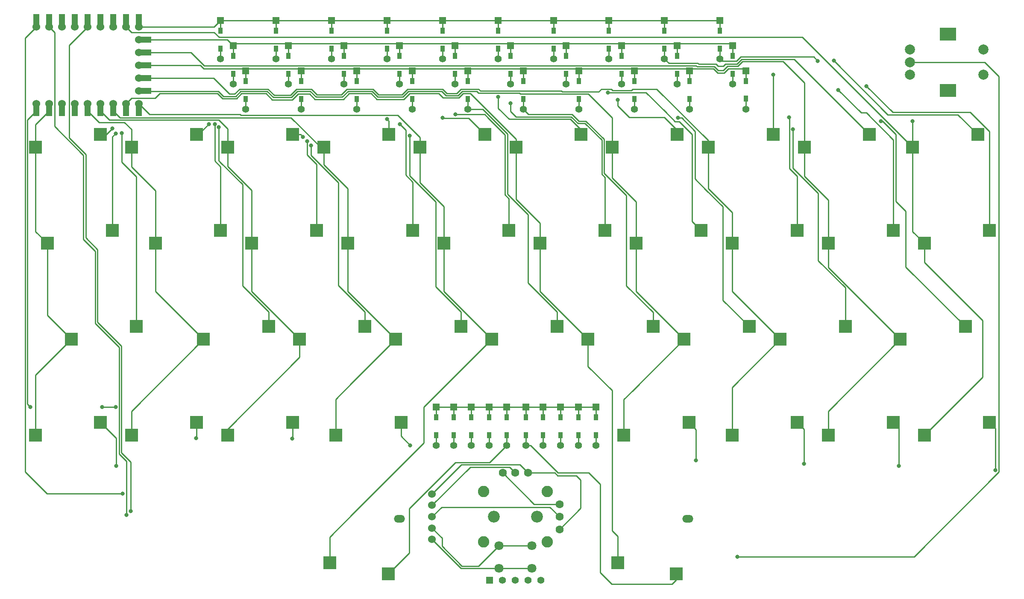
<source format=gbr>
G04 #@! TF.GenerationSoftware,KiCad,Pcbnew,7.0.8*
G04 #@! TF.CreationDate,2024-01-10T21:48:22+09:00*
G04 #@! TF.ProjectId,ckb4,636b6234-2e6b-4696-9361-645f70636258,rev?*
G04 #@! TF.SameCoordinates,Original*
G04 #@! TF.FileFunction,Copper,L2,Bot*
G04 #@! TF.FilePolarity,Positive*
%FSLAX46Y46*%
G04 Gerber Fmt 4.6, Leading zero omitted, Abs format (unit mm)*
G04 Created by KiCad (PCBNEW 7.0.8) date 2024-01-10 21:48:22*
%MOMM*%
%LPD*%
G01*
G04 APERTURE LIST*
G04 #@! TA.AperFunction,ComponentPad*
%ADD10R,1.397000X1.397000*%
G04 #@! TD*
G04 #@! TA.AperFunction,SMDPad,CuDef*
%ADD11R,0.950000X1.300000*%
G04 #@! TD*
G04 #@! TA.AperFunction,ComponentPad*
%ADD12C,1.397000*%
G04 #@! TD*
G04 #@! TA.AperFunction,ComponentPad*
%ADD13O,2.200000X1.500000*%
G04 #@! TD*
G04 #@! TA.AperFunction,SMDPad,CuDef*
%ADD14R,2.600000X2.600000*%
G04 #@! TD*
G04 #@! TA.AperFunction,SMDPad,CuDef*
%ADD15R,2.550000X2.500000*%
G04 #@! TD*
G04 #@! TA.AperFunction,ComponentPad*
%ADD16C,2.000000*%
G04 #@! TD*
G04 #@! TA.AperFunction,ComponentPad*
%ADD17R,3.200000X2.500000*%
G04 #@! TD*
G04 #@! TA.AperFunction,ComponentPad*
%ADD18C,2.250000*%
G04 #@! TD*
G04 #@! TA.AperFunction,ComponentPad*
%ADD19C,2.350000*%
G04 #@! TD*
G04 #@! TA.AperFunction,ComponentPad*
%ADD20C,1.524000*%
G04 #@! TD*
G04 #@! TA.AperFunction,ComponentPad*
%ADD21C,1.600000*%
G04 #@! TD*
G04 #@! TA.AperFunction,ComponentPad*
%ADD22C,1.800000*%
G04 #@! TD*
G04 #@! TA.AperFunction,SMDPad,CuDef*
%ADD23R,1.200000X2.000000*%
G04 #@! TD*
G04 #@! TA.AperFunction,SMDPad,CuDef*
%ADD24R,2.000000X1.200000*%
G04 #@! TD*
G04 #@! TA.AperFunction,ViaPad*
%ADD25C,0.800000*%
G04 #@! TD*
G04 #@! TA.AperFunction,Conductor*
%ADD26C,0.250000*%
G04 #@! TD*
G04 APERTURE END LIST*
D10*
X-231500000Y158810000D03*
D11*
X-231500000Y156775000D03*
X-231500000Y153225000D03*
D12*
X-231500000Y151190000D03*
D10*
X-198500000Y158810000D03*
D11*
X-198500000Y156775000D03*
X-198500000Y153225000D03*
D12*
X-198500000Y151190000D03*
D10*
X-209500000Y158810000D03*
D11*
X-209500000Y156775000D03*
X-209500000Y153225000D03*
D12*
X-209500000Y151190000D03*
D13*
X-185402500Y64850000D03*
D14*
X-199252500Y56150000D03*
X-187652500Y53950000D03*
D10*
X-240000000Y153810000D03*
D11*
X-240000000Y151775000D03*
X-240000000Y148225000D03*
D12*
X-240000000Y146190000D03*
D15*
X-314685000Y138590000D03*
X-301758000Y141130000D03*
X-295635000Y138590000D03*
X-282708000Y141130000D03*
X-138506250Y81440000D03*
X-125579250Y83980000D03*
X-176595000Y119540000D03*
X-163668000Y122080000D03*
D10*
X-231760000Y87055000D03*
D11*
X-231760000Y85020000D03*
X-231760000Y81470000D03*
D12*
X-231760000Y79435000D03*
D10*
X-207080000Y87100000D03*
D11*
X-207080000Y85065000D03*
X-207080000Y81515000D03*
D12*
X-207080000Y79480000D03*
D15*
X-243281250Y100490000D03*
X-230354250Y103030000D03*
X-181335000Y138590000D03*
X-168408000Y141130000D03*
D10*
X-201000000Y163810000D03*
D11*
X-201000000Y161775000D03*
X-201000000Y158225000D03*
D12*
X-201000000Y156190000D03*
D10*
X-251000000Y153810000D03*
D11*
X-251000000Y151775000D03*
X-251000000Y148225000D03*
D12*
X-251000000Y146190000D03*
D10*
X-185000000Y153810000D03*
D11*
X-185000000Y151775000D03*
X-185000000Y148225000D03*
D12*
X-185000000Y146190000D03*
D10*
X-275500000Y158810000D03*
D11*
X-275500000Y156775000D03*
X-275500000Y153225000D03*
D12*
X-275500000Y151190000D03*
D10*
X-187500000Y158810000D03*
D11*
X-187500000Y156775000D03*
X-187500000Y153225000D03*
D12*
X-187500000Y151190000D03*
D15*
X-271845000Y119540000D03*
X-258918000Y122080000D03*
D10*
X-207000000Y153810000D03*
D11*
X-207000000Y151775000D03*
X-207000000Y148225000D03*
D12*
X-207000000Y146190000D03*
D15*
X-262331250Y100490000D03*
X-249404250Y103030000D03*
X-233745000Y119540000D03*
X-220818000Y122080000D03*
X-176606250Y81440000D03*
X-163679250Y83980000D03*
D10*
X-256000000Y163810000D03*
D11*
X-256000000Y161775000D03*
X-256000000Y158225000D03*
D12*
X-256000000Y156190000D03*
D15*
X-200385000Y138590000D03*
X-187458000Y141130000D03*
X-238485000Y138590000D03*
X-225558000Y141130000D03*
X-195645000Y119540000D03*
X-182718000Y122080000D03*
D10*
X-212000000Y163810000D03*
D11*
X-212000000Y161775000D03*
X-212000000Y158225000D03*
D12*
X-212000000Y156190000D03*
D15*
X-307575000Y100490000D03*
X-294648000Y103030000D03*
D10*
X-217430000Y87070000D03*
D11*
X-217430000Y85035000D03*
X-217430000Y81485000D03*
D12*
X-217430000Y79450000D03*
D15*
X-276585000Y81440000D03*
X-263658000Y83980000D03*
X-167081250Y100490000D03*
X-154154250Y103030000D03*
D10*
X-203570000Y87100000D03*
D11*
X-203570000Y85065000D03*
X-203570000Y81515000D03*
D12*
X-203570000Y79480000D03*
D10*
X-273000000Y153810000D03*
D11*
X-273000000Y151775000D03*
X-273000000Y148225000D03*
D12*
X-273000000Y146190000D03*
D10*
X-267000000Y163810000D03*
D11*
X-267000000Y161775000D03*
X-267000000Y158225000D03*
D12*
X-267000000Y156190000D03*
D15*
X-143268750Y100490000D03*
X-130341750Y103030000D03*
D10*
X-224720000Y87055000D03*
D11*
X-224720000Y85020000D03*
X-224720000Y81470000D03*
D12*
X-224720000Y79435000D03*
D15*
X-138495000Y119540000D03*
X-125568000Y122080000D03*
X-290895000Y119540000D03*
X-277968000Y122080000D03*
X-252795000Y119540000D03*
X-239868000Y122080000D03*
D10*
X-234000000Y163810000D03*
D11*
X-234000000Y161775000D03*
X-234000000Y158225000D03*
D12*
X-234000000Y156190000D03*
D15*
X-162285000Y138590000D03*
X-149358000Y141130000D03*
X-255153750Y81440000D03*
X-242226750Y83980000D03*
D10*
X-210580000Y87090000D03*
D11*
X-210580000Y85055000D03*
X-210580000Y81505000D03*
D12*
X-210580000Y79470000D03*
X-214470000Y52690000D03*
X-217010000Y52690000D03*
X-219550000Y52690000D03*
X-222090000Y52690000D03*
D10*
X-224630000Y52690000D03*
X-221260000Y87055000D03*
D11*
X-221260000Y85020000D03*
X-221260000Y81470000D03*
D12*
X-221260000Y79435000D03*
D10*
X-228280000Y87070000D03*
D11*
X-228280000Y85035000D03*
X-228280000Y81485000D03*
D12*
X-228280000Y79450000D03*
D15*
X-224231250Y100490000D03*
X-211304250Y103030000D03*
D10*
X-218000000Y153810000D03*
D11*
X-218000000Y151775000D03*
X-218000000Y148225000D03*
D12*
X-218000000Y146190000D03*
D15*
X-295635000Y81440000D03*
X-282708000Y83980000D03*
D10*
X-214110000Y87090000D03*
D11*
X-214110000Y85055000D03*
X-214110000Y81505000D03*
D12*
X-214110000Y79470000D03*
D10*
X-220500000Y158810000D03*
D11*
X-220500000Y156775000D03*
X-220500000Y153225000D03*
D12*
X-220500000Y151190000D03*
D10*
X-173831250Y153828750D03*
D11*
X-173831250Y151793750D03*
X-173831250Y148243750D03*
D12*
X-173831250Y146208750D03*
D16*
X-141320000Y158010000D03*
X-141320000Y153010000D03*
X-141320000Y155510000D03*
D17*
X-133820000Y161110000D03*
X-133820000Y149910000D03*
D16*
X-126820000Y153010000D03*
X-126820000Y158010000D03*
D15*
X-281381250Y100490000D03*
X-268454250Y103030000D03*
X-205181250Y100490000D03*
X-192254250Y103030000D03*
X-140853750Y138590000D03*
X-127926750Y141130000D03*
D10*
X-242500000Y158810000D03*
D11*
X-242500000Y156775000D03*
X-242500000Y153225000D03*
D12*
X-242500000Y151190000D03*
D15*
X-314685000Y81440000D03*
X-301758000Y83980000D03*
D10*
X-176500000Y158810000D03*
D11*
X-176500000Y156775000D03*
X-176500000Y153225000D03*
D12*
X-176500000Y151190000D03*
D10*
X-235260000Y87055000D03*
D11*
X-235260000Y85020000D03*
X-235260000Y81470000D03*
D12*
X-235260000Y79435000D03*
D10*
X-196000000Y153810000D03*
D11*
X-196000000Y151775000D03*
X-196000000Y148225000D03*
D12*
X-196000000Y146190000D03*
D15*
X-214695000Y119540000D03*
X-201768000Y122080000D03*
X-219435000Y138590000D03*
X-206508000Y141130000D03*
D10*
X-229000000Y153810000D03*
D11*
X-229000000Y151775000D03*
X-229000000Y148225000D03*
D12*
X-229000000Y146190000D03*
D15*
X-257535000Y138590000D03*
X-244608000Y141130000D03*
X-186131250Y100490000D03*
X-173204250Y103030000D03*
D10*
X-278000000Y163810000D03*
D11*
X-278000000Y161775000D03*
X-278000000Y158225000D03*
D12*
X-278000000Y156190000D03*
D10*
X-245000000Y163810000D03*
D11*
X-245000000Y161775000D03*
X-245000000Y158225000D03*
D12*
X-245000000Y156190000D03*
D13*
X-242518750Y64850000D03*
D14*
X-256368750Y56150000D03*
X-244768750Y53950000D03*
D10*
X-179000000Y163810000D03*
D11*
X-179000000Y161775000D03*
X-179000000Y158225000D03*
D12*
X-179000000Y156190000D03*
D15*
X-312326250Y119540000D03*
X-299399250Y122080000D03*
D10*
X-223000000Y163810000D03*
D11*
X-223000000Y161775000D03*
X-223000000Y158225000D03*
D12*
X-223000000Y156190000D03*
D15*
X-198037500Y81440000D03*
X-185110500Y83980000D03*
D18*
X-225875000Y70300000D03*
X-225875000Y60300000D03*
D19*
X-223850000Y65300000D03*
X-215250000Y65300000D03*
D18*
X-213225000Y70300000D03*
X-213225000Y60300000D03*
D20*
X-236060000Y69808000D03*
D21*
X-217050000Y74030000D03*
X-210820000Y62800000D03*
D20*
X-236060000Y67554000D03*
D21*
X-219550000Y74030000D03*
D20*
X-236060000Y65300000D03*
D21*
X-210820000Y65300000D03*
D20*
X-236060000Y63046000D03*
D22*
X-222800000Y59550000D03*
X-216300000Y59550000D03*
D20*
X-236060000Y60792000D03*
D22*
X-222800000Y55050000D03*
D21*
X-222050000Y74030000D03*
D22*
X-216300000Y55050000D03*
D21*
X-210820000Y67800000D03*
D10*
X-264500000Y158810000D03*
D11*
X-264500000Y156775000D03*
X-264500000Y153225000D03*
D12*
X-264500000Y151190000D03*
D10*
X-253500000Y158810000D03*
D11*
X-253500000Y156775000D03*
X-253500000Y153225000D03*
D12*
X-253500000Y151190000D03*
D15*
X-276585000Y138590000D03*
X-263658000Y141130000D03*
X-157556250Y81440000D03*
X-144629250Y83980000D03*
X-157545000Y119540000D03*
X-144618000Y122080000D03*
D10*
X-190000000Y163810000D03*
D11*
X-190000000Y161775000D03*
X-190000000Y158225000D03*
D12*
X-190000000Y156190000D03*
D10*
X-262000000Y153810000D03*
D11*
X-262000000Y151775000D03*
X-262000000Y148225000D03*
D12*
X-262000000Y146190000D03*
D20*
X-314490000Y147290000D03*
D23*
X-314490000Y145820000D03*
D20*
X-311950000Y147290000D03*
D23*
X-311950000Y145820000D03*
D20*
X-309410000Y147290000D03*
D23*
X-309410000Y145820000D03*
D20*
X-306870000Y147290000D03*
D23*
X-306870000Y145820000D03*
D20*
X-304330000Y147290000D03*
D23*
X-304330000Y145820000D03*
D20*
X-301790000Y147290000D03*
D23*
X-301790000Y145820000D03*
D20*
X-299250000Y147290000D03*
D23*
X-299250000Y145820000D03*
D20*
X-296710000Y147290000D03*
D23*
X-296710000Y145820000D03*
D20*
X-294170000Y147290000D03*
D23*
X-294170000Y145820000D03*
D24*
X-292720000Y149830000D03*
D20*
X-294170000Y149830000D03*
D24*
X-292720000Y152370000D03*
D20*
X-294170000Y152370000D03*
D24*
X-292710000Y154910000D03*
D20*
X-294170000Y154910000D03*
D24*
X-292730000Y157450000D03*
D20*
X-294170000Y157450000D03*
D24*
X-292720000Y159990000D03*
D20*
X-294170000Y159990000D03*
D23*
X-294170000Y164000000D03*
D20*
X-294170000Y162530000D03*
D23*
X-296710000Y164000000D03*
D20*
X-296710000Y162530000D03*
D23*
X-299250000Y164000000D03*
D20*
X-299250000Y162530000D03*
D23*
X-301790000Y164000000D03*
D20*
X-301790000Y162530000D03*
D23*
X-304330000Y164000000D03*
D20*
X-304330000Y162530000D03*
D23*
X-306870000Y164000000D03*
D20*
X-306870000Y162530000D03*
D23*
X-309410000Y164000000D03*
D20*
X-309410000Y162530000D03*
D23*
X-311950000Y164000000D03*
D20*
X-311950000Y162530000D03*
D23*
X-314490000Y164000000D03*
D20*
X-314490000Y162530000D03*
D25*
X-315650000Y87060000D03*
X-301430000Y87060000D03*
X-298784500Y87060000D03*
X-140870000Y143800000D03*
X-295810000Y66379500D03*
X-297380000Y69850000D03*
X-175570000Y57390000D03*
X-296610000Y65610000D03*
X-299450000Y142320000D03*
X-280320000Y143240000D03*
X-261630000Y140650000D03*
X-245000000Y144190000D03*
X-233970000Y144500000D03*
X-222950000Y148640000D03*
X-199280000Y148010000D03*
X-168470000Y153000000D03*
X-260800000Y139780000D03*
X-242450000Y143240000D03*
X-231470000Y145130000D03*
X-220510000Y147310000D03*
X-201230000Y149447093D03*
X-165280000Y144540000D03*
X-155580000Y150010000D03*
X-149960000Y150770000D03*
X-278330000Y142610000D03*
X-260030000Y138940000D03*
X-240510000Y140920000D03*
X-187340000Y144447093D03*
X-164530000Y142200000D03*
X-147104174Y143815826D03*
X-298670000Y75420000D03*
X-124450000Y74580000D03*
X-279108504Y143236847D03*
X-162390000Y75800000D03*
X-159600000Y155750000D03*
X-156440000Y155780000D03*
X-298780000Y141380000D03*
X-282790000Y80910000D03*
X-143530000Y75360000D03*
X-297570000Y141410000D03*
X-263740000Y80840000D03*
X-240400000Y79460000D03*
X-183730000Y76480000D03*
D26*
X-294170000Y162530000D02*
X-279280000Y162530000D01*
X-278000000Y163810000D02*
X-278000000Y161775000D01*
X-245000000Y163810000D02*
X-234000000Y163810000D01*
X-223000000Y163810000D02*
X-212000000Y163810000D01*
X-179000000Y163810000D02*
X-179000000Y161775000D01*
X-201000000Y163810000D02*
X-201000000Y161775000D01*
X-279280000Y162530000D02*
X-278000000Y163810000D01*
X-190000000Y163810000D02*
X-190000000Y161775000D01*
X-212000000Y163810000D02*
X-201000000Y163810000D01*
X-267000000Y163810000D02*
X-256000000Y163810000D01*
X-267000000Y163810000D02*
X-267000000Y161775000D01*
X-245000000Y163810000D02*
X-245000000Y161775000D01*
X-212000000Y163810000D02*
X-212000000Y161775000D01*
X-234000000Y163810000D02*
X-223000000Y163810000D01*
X-201000000Y163810000D02*
X-190000000Y163810000D01*
X-234000000Y163810000D02*
X-234000000Y161775000D01*
X-223000000Y163810000D02*
X-223000000Y161775000D01*
X-190000000Y163810000D02*
X-179000000Y163810000D01*
X-256000000Y163810000D02*
X-245000000Y163810000D01*
X-278000000Y163810000D02*
X-267000000Y163810000D01*
X-256000000Y163810000D02*
X-256000000Y161775000D01*
X-253500000Y158810000D02*
X-253500000Y156775000D01*
X-231890000Y159200000D02*
X-242110000Y159200000D01*
X-209890000Y159200000D02*
X-220110000Y159200000D01*
X-264110000Y159200000D02*
X-264500000Y158810000D01*
X-220890000Y159200000D02*
X-231110000Y159200000D01*
X-253500000Y158810000D02*
X-253890000Y159200000D01*
X-220110000Y159200000D02*
X-220500000Y158810000D01*
X-209110000Y159200000D02*
X-209500000Y158810000D01*
X-220500000Y158810000D02*
X-220500000Y156775000D01*
X-264500000Y158810000D02*
X-264890000Y159200000D01*
X-198500000Y158810000D02*
X-198500000Y156775000D01*
X-275110000Y159200000D02*
X-275500000Y158810000D01*
X-198110000Y159200000D02*
X-198500000Y158810000D01*
X-231500000Y158810000D02*
X-231890000Y159200000D01*
X-242890000Y159200000D02*
X-253110000Y159200000D01*
X-242500000Y158810000D02*
X-242500000Y156775000D01*
X-176890000Y159200000D02*
X-187110000Y159200000D01*
X-209500000Y156775000D02*
X-209500000Y158810000D01*
X-187500000Y156775000D02*
X-187500000Y158810000D01*
X-294170000Y159990000D02*
X-292720000Y159990000D01*
X-242110000Y159200000D02*
X-242500000Y158810000D01*
X-242500000Y158810000D02*
X-242890000Y159200000D01*
X-176500000Y158810000D02*
X-176890000Y159200000D01*
X-264500000Y158810000D02*
X-264500000Y156775000D01*
X-187500000Y158810000D02*
X-187890000Y159200000D01*
X-264890000Y159200000D02*
X-275110000Y159200000D01*
X-231500000Y158810000D02*
X-231500000Y156775000D01*
X-253110000Y159200000D02*
X-253500000Y158810000D01*
X-275500000Y158810000D02*
X-275500000Y156775000D01*
X-292720000Y159990000D02*
X-276680000Y159990000D01*
X-231110000Y159200000D02*
X-231500000Y158810000D01*
X-276680000Y159990000D02*
X-275500000Y158810000D01*
X-198500000Y158810000D02*
X-198890000Y159200000D01*
X-176500000Y158810000D02*
X-176500000Y156775000D01*
X-253890000Y159200000D02*
X-264110000Y159200000D01*
X-187890000Y159200000D02*
X-198110000Y159200000D01*
X-187110000Y159200000D02*
X-187500000Y158810000D01*
X-209500000Y158810000D02*
X-209890000Y159200000D01*
X-220500000Y158810000D02*
X-220890000Y159200000D01*
X-198890000Y159200000D02*
X-209110000Y159200000D01*
X-273000000Y153810000D02*
X-273000000Y151775000D01*
X-196000000Y153810000D02*
X-195610000Y154200000D01*
X-195610000Y154200000D02*
X-185390000Y154200000D01*
X-229000000Y153810000D02*
X-228610000Y154200000D01*
X-251000000Y153810000D02*
X-250610000Y154200000D01*
X-281310000Y154200000D02*
X-273390000Y154200000D01*
X-217610000Y154200000D02*
X-207390000Y154200000D01*
X-177340000Y154200000D02*
X-174202500Y154200000D01*
X-240000000Y153810000D02*
X-240000000Y151775000D01*
X-262390000Y154200000D02*
X-262000000Y153810000D01*
X-185000000Y153810000D02*
X-185000000Y151775000D01*
X-282020000Y154910000D02*
X-281310000Y154200000D01*
X-218000000Y153810000D02*
X-217610000Y154200000D01*
X-229000000Y151775000D02*
X-229000000Y153810000D01*
X-207390000Y154200000D02*
X-207000000Y153810000D01*
X-273390000Y154200000D02*
X-273000000Y153810000D01*
X-185390000Y154200000D02*
X-185000000Y153810000D01*
X-262000000Y153810000D02*
X-261610000Y154200000D01*
X-178210000Y153330000D02*
X-177340000Y154200000D01*
X-228610000Y154200000D02*
X-218390000Y154200000D01*
X-184610000Y154200000D02*
X-180320000Y154200000D01*
X-261610000Y154200000D02*
X-251390000Y154200000D01*
X-180320000Y154200000D02*
X-179450000Y153330000D01*
X-207000000Y151775000D02*
X-207000000Y153810000D01*
X-179450000Y153330000D02*
X-178210000Y153330000D01*
X-229390000Y154200000D02*
X-229000000Y153810000D01*
X-196390000Y154200000D02*
X-196000000Y153810000D01*
X-240000000Y153810000D02*
X-239610000Y154200000D01*
X-207000000Y153810000D02*
X-206610000Y154200000D01*
X-218000000Y153810000D02*
X-218000000Y151775000D01*
X-272610000Y154200000D02*
X-262390000Y154200000D01*
X-218390000Y154200000D02*
X-218000000Y153810000D01*
X-174202500Y154200000D02*
X-173831250Y153828750D01*
X-206610000Y154200000D02*
X-196390000Y154200000D01*
X-251390000Y154200000D02*
X-251000000Y153810000D01*
X-251000000Y153810000D02*
X-251000000Y151775000D01*
X-273000000Y153810000D02*
X-272610000Y154200000D01*
X-196000000Y153810000D02*
X-196000000Y151775000D01*
X-262000000Y153810000D02*
X-262000000Y151775000D01*
X-250610000Y154200000D02*
X-240390000Y154200000D01*
X-294170000Y154910000D02*
X-282020000Y154910000D01*
X-173831250Y153828750D02*
X-173831250Y151793750D01*
X-240390000Y154200000D02*
X-240000000Y153810000D01*
X-185000000Y153810000D02*
X-184610000Y154200000D01*
X-239610000Y154200000D02*
X-229390000Y154200000D01*
X-231760000Y87055000D02*
X-235260000Y87055000D01*
X-224720000Y87055000D02*
X-224720000Y85020000D01*
X-224760000Y87055000D02*
X-221260000Y87055000D01*
X-217430000Y87070000D02*
X-219795000Y87070000D01*
X-221260000Y85020000D02*
X-221260000Y87055000D01*
X-210580000Y87100000D02*
X-207080000Y87100000D01*
X-207080000Y87100000D02*
X-207080000Y85065000D01*
X-235260000Y87055000D02*
X-235260000Y85020000D01*
X-298784500Y87060000D02*
X-301430000Y87060000D01*
X-214080000Y87100000D02*
X-210580000Y87100000D01*
X-210580000Y87090000D02*
X-210580000Y85055000D01*
X-231760000Y87055000D02*
X-228260000Y87055000D01*
X-217580000Y87100000D02*
X-214080000Y87100000D01*
X-228280000Y87070000D02*
X-228280000Y85035000D01*
X-217430000Y87070000D02*
X-217430000Y85035000D01*
X-235260000Y87055000D02*
X-224720000Y87055000D01*
X-217625000Y87055000D02*
X-217580000Y87100000D01*
X-214110000Y87090000D02*
X-214110000Y85055000D01*
X-219795000Y87070000D02*
X-219810000Y87055000D01*
X-316285000Y87695000D02*
X-316285000Y144025000D01*
X-221260000Y87055000D02*
X-219810000Y87055000D01*
X-314490000Y147290000D02*
X-314490000Y145820000D01*
X-228260000Y87055000D02*
X-224760000Y87055000D01*
X-231760000Y87055000D02*
X-231760000Y85020000D01*
X-207080000Y87100000D02*
X-203580000Y87100000D01*
X-203570000Y87100000D02*
X-203570000Y85065000D01*
X-314490000Y145820000D02*
X-316285000Y144025000D01*
X-315650000Y87060000D02*
X-316285000Y87695000D01*
X-219810000Y87055000D02*
X-217625000Y87055000D01*
X-311950000Y147290000D02*
X-311950000Y145820000D01*
X-314880000Y138785000D02*
X-314685000Y138590000D01*
X-314685000Y93380000D02*
X-307575000Y100490000D01*
X-312326250Y119540000D02*
X-312326250Y105241250D01*
X-314685000Y121898750D02*
X-312326250Y119540000D01*
X-314685000Y138590000D02*
X-314685000Y121898750D01*
X-314685000Y143085000D02*
X-314685000Y138590000D01*
X-314685000Y81440000D02*
X-314685000Y93380000D01*
X-312326250Y105241250D02*
X-307575000Y100490000D01*
X-311950000Y145820000D02*
X-314685000Y143085000D01*
X-281381250Y100490000D02*
X-290895000Y110003750D01*
X-302070000Y143560000D02*
X-304330000Y145820000D01*
X-290895000Y119540000D02*
X-290895000Y129960000D01*
X-297035000Y143560000D02*
X-302070000Y143560000D01*
X-295635000Y86236250D02*
X-281381250Y100490000D01*
X-295635000Y142160000D02*
X-297035000Y143560000D01*
X-290895000Y110003750D02*
X-290895000Y119540000D01*
X-295635000Y138590000D02*
X-295635000Y142160000D01*
X-304330000Y147290000D02*
X-304330000Y145820000D01*
X-290895000Y129960000D02*
X-295635000Y134700000D01*
X-295635000Y134700000D02*
X-295635000Y138590000D01*
X-295635000Y81440000D02*
X-295635000Y86236250D01*
X-271845000Y130120000D02*
X-276585000Y134860000D01*
X-262331250Y96938750D02*
X-276585000Y82685000D01*
X-271845000Y119540000D02*
X-271845000Y110003750D01*
X-276585000Y82685000D02*
X-276585000Y81440000D01*
X-262331250Y100490000D02*
X-262331250Y96938750D01*
X-301790000Y147290000D02*
X-301790000Y145820000D01*
X-276585000Y138590000D02*
X-276585000Y142285000D01*
X-300015000Y144045000D02*
X-301790000Y145820000D01*
X-276585000Y142285000D02*
X-278345000Y144045000D01*
X-276585000Y138590000D02*
X-276585000Y134860000D01*
X-278345000Y144045000D02*
X-300015000Y144045000D01*
X-271845000Y110003750D02*
X-262331250Y100490000D01*
X-271845000Y119540000D02*
X-271845000Y130120000D01*
X-252795000Y119540000D02*
X-252795000Y130400000D01*
X-299250000Y147290000D02*
X-299250000Y145820000D01*
X-297925000Y144495000D02*
X-264038380Y144495000D01*
X-252795000Y119540000D02*
X-252795000Y110003750D01*
X-299250000Y145820000D02*
X-297925000Y144495000D01*
X-258133380Y138590000D02*
X-257535000Y138590000D01*
X-251900625Y91870625D02*
X-243281250Y100490000D01*
X-264038380Y144495000D02*
X-258133380Y138590000D01*
X-252795000Y110003750D02*
X-243281250Y100490000D01*
X-257535000Y138590000D02*
X-257535000Y135140000D01*
X-255153750Y88617500D02*
X-251900625Y91870625D01*
X-255153750Y81440000D02*
X-255153750Y88617500D01*
X-252795000Y130400000D02*
X-257535000Y135140000D01*
X-273903407Y144945000D02*
X-242855000Y144945000D01*
X-233745000Y119540000D02*
X-233745000Y126850000D01*
X-237680000Y79953666D02*
X-252246833Y65386833D01*
X-294170000Y147290000D02*
X-292051593Y145171593D01*
X-233745000Y119540000D02*
X-233745000Y110003750D01*
X-292051593Y145171593D02*
X-274130000Y145171593D01*
X-237680000Y87080000D02*
X-237680000Y79953666D01*
X-256368750Y61264916D02*
X-251391833Y66241833D01*
X-233745000Y126850000D02*
X-238485000Y131590000D01*
X-274130000Y145171593D02*
X-273903407Y144945000D01*
X-233745000Y110003750D02*
X-224231250Y100490000D01*
X-251391833Y66241833D02*
X-252246833Y65386833D01*
X-224270000Y100490000D02*
X-237680000Y87080000D01*
X-238485000Y138590000D02*
X-238485000Y131590000D01*
X-242855000Y144945000D02*
X-238485000Y140575000D01*
X-256368750Y56150000D02*
X-256368750Y61264916D01*
X-238485000Y140575000D02*
X-238485000Y138590000D01*
X-224231250Y100490000D02*
X-224270000Y100490000D01*
X-233908407Y148430000D02*
X-230780000Y148430000D01*
X-267730000Y148050000D02*
X-268940000Y149260000D01*
X-214695000Y119540000D02*
X-214695000Y123580000D01*
X-200401875Y90340625D02*
X-200401875Y62558125D01*
X-295623000Y148377000D02*
X-296710000Y147290000D01*
X-259260000Y148150000D02*
X-260320000Y149210000D01*
X-260320000Y149210000D02*
X-262599620Y149210000D01*
X-252528407Y149271593D02*
X-253650000Y148150000D01*
X-214695000Y110003750D02*
X-205181250Y100490000D01*
X-214695000Y119540000D02*
X-214695000Y110003750D01*
X-240538027Y149271593D02*
X-241669620Y148140000D01*
X-278580000Y149271593D02*
X-290058407Y149271593D01*
X-248150000Y149271593D02*
X-252528407Y149271593D01*
X-219435000Y138590000D02*
X-219435000Y128320000D01*
X-199252500Y56150000D02*
X-199252500Y61408750D01*
X-247030000Y148151593D02*
X-248150000Y149271593D01*
X-273830000Y149260000D02*
X-274800000Y148290000D01*
X-247030000Y148140000D02*
X-247030000Y148151593D01*
X-290058407Y149271593D02*
X-290953000Y148377000D01*
X-277598407Y148290000D02*
X-278580000Y149271593D01*
X-296710000Y147290000D02*
X-296710000Y145820000D01*
X-274800000Y148290000D02*
X-277598407Y148290000D01*
X-230780000Y148430000D02*
X-229938407Y149271593D01*
X-241669620Y148140000D02*
X-247030000Y148140000D01*
X-214695000Y123580000D02*
X-219435000Y128320000D01*
X-219435000Y140244620D02*
X-219435000Y138590000D01*
X-253650000Y148150000D02*
X-259260000Y148150000D01*
X-290953000Y148377000D02*
X-295623000Y148377000D01*
X-268940000Y149260000D02*
X-273830000Y149260000D01*
X-234750000Y149271593D02*
X-240538027Y149271593D01*
X-205181250Y95120000D02*
X-205181250Y100490000D01*
X-228461973Y149271593D02*
X-219435000Y140244620D01*
X-263759620Y148050000D02*
X-267730000Y148050000D01*
X-199252500Y61408750D02*
X-200401875Y62558125D01*
X-205181250Y95120000D02*
X-200401875Y90340625D01*
X-229938407Y149271593D02*
X-228461973Y149271593D01*
X-262599620Y149210000D02*
X-263759620Y148050000D01*
X-234750000Y149271593D02*
X-233908407Y148430000D01*
X-292720000Y149830000D02*
X-292611593Y149721593D01*
X-259073604Y148600000D02*
X-253836396Y148600000D01*
X-200385000Y144496593D02*
X-200385000Y138590000D01*
X-198037500Y81440000D02*
X-198037500Y88583750D01*
X-218774620Y149365000D02*
X-218609620Y149200000D01*
X-247963604Y149721593D02*
X-246832011Y148590000D01*
X-274004803Y149721593D02*
X-268765197Y149721593D01*
X-195645000Y119540000D02*
X-195645000Y127780000D01*
X-226883407Y149365000D02*
X-218774620Y149365000D01*
X-262724423Y149721593D02*
X-260195197Y149721593D01*
X-263946016Y148500000D02*
X-262724423Y149721593D01*
X-218609620Y149200000D02*
X-205088408Y149200000D01*
X-195645000Y119540000D02*
X-195645000Y110003750D01*
X-253836396Y148600000D02*
X-252714803Y149721593D01*
X-195645000Y127780000D02*
X-200385000Y132520000D01*
X-278393604Y149721593D02*
X-277412011Y148740000D01*
X-234181593Y149721593D02*
X-233340000Y148880000D01*
X-230966396Y148880000D02*
X-230124803Y149721593D01*
X-196235625Y90385625D02*
X-186131250Y100490000D01*
X-268765197Y149721593D02*
X-267543604Y148500000D01*
X-205088408Y149200000D02*
X-200385000Y144496593D01*
X-200385000Y138590000D02*
X-200385000Y132520000D01*
X-230124803Y149721593D02*
X-227240000Y149721593D01*
X-260195197Y149721593D02*
X-259073604Y148600000D01*
X-267543604Y148500000D02*
X-263946016Y148500000D01*
X-227240000Y149721593D02*
X-226883407Y149365000D01*
X-241856016Y148590000D02*
X-240724423Y149721593D01*
X-240724423Y149721593D02*
X-234181593Y149721593D01*
X-274986396Y148740000D02*
X-274004803Y149721593D01*
X-294170000Y149830000D02*
X-292720000Y149830000D01*
X-252714803Y149721593D02*
X-247963604Y149721593D01*
X-233340000Y148880000D02*
X-230966396Y148880000D01*
X-246832011Y148590000D02*
X-241856016Y148590000D01*
X-277412011Y148740000D02*
X-274986396Y148740000D01*
X-198037500Y88583750D02*
X-196235625Y90385625D01*
X-292611593Y149721593D02*
X-278393604Y149721593D01*
X-195645000Y110003750D02*
X-186131250Y100490000D01*
X-176606250Y90965000D02*
X-167081250Y100490000D01*
X-181335000Y138590000D02*
X-181335000Y139840000D01*
X-262910819Y150171593D02*
X-264132412Y148950000D01*
X-294170000Y152370000D02*
X-292720000Y152370000D01*
X-191541593Y150171593D02*
X-196300000Y150171593D01*
X-275172792Y149190000D02*
X-276210000Y149190000D01*
X-200295500Y149897093D02*
X-200570000Y150171593D01*
X-252901199Y150171593D02*
X-254022792Y149050000D01*
X-181335000Y139965000D02*
X-191541593Y150171593D01*
X-176595000Y119540000D02*
X-176595000Y125650000D01*
X-203041593Y149650000D02*
X-210280000Y149650000D01*
X-242042412Y149040000D02*
X-246645615Y149040000D01*
X-226831593Y150171593D02*
X-230311199Y150171593D01*
X-226475000Y149815000D02*
X-226831593Y150171593D01*
X-233153604Y149330000D02*
X-233995197Y150171593D01*
X-240910819Y150171593D02*
X-242042412Y149040000D01*
X-200570000Y150171593D02*
X-202520000Y150171593D01*
X-276210000Y149190000D02*
X-279390000Y152370000D01*
X-279390000Y152370000D02*
X-292720000Y152370000D01*
X-210280000Y149650000D02*
X-210445000Y149815000D01*
X-196574500Y149897093D02*
X-200295500Y149897093D01*
X-202520000Y150171593D02*
X-203041593Y149650000D01*
X-264132412Y148950000D02*
X-267357208Y148950000D01*
X-176606250Y81440000D02*
X-176606250Y90965000D01*
X-181335000Y130390000D02*
X-181335000Y138590000D01*
X-196300000Y150171593D02*
X-196574500Y149897093D01*
X-268578801Y150171593D02*
X-274191199Y150171593D01*
X-258887208Y149050000D02*
X-260008801Y150171593D01*
X-254022792Y149050000D02*
X-258887208Y149050000D01*
X-181335000Y138590000D02*
X-181335000Y139965000D01*
X-230311199Y150171593D02*
X-231152792Y149330000D01*
X-176595000Y125650000D02*
X-181335000Y130390000D01*
X-210445000Y149815000D02*
X-226475000Y149815000D01*
X-231152792Y149330000D02*
X-233153604Y149330000D01*
X-260008801Y150171593D02*
X-262910819Y150171593D01*
X-176595000Y119540000D02*
X-176595000Y110003750D01*
X-247777208Y150171593D02*
X-252901199Y150171593D01*
X-246645615Y149040000D02*
X-247777208Y150171593D01*
X-267357208Y148950000D02*
X-268578801Y150171593D01*
X-274191199Y150171593D02*
X-275172792Y149190000D01*
X-233995197Y150171593D02*
X-240910819Y150171593D01*
X-176595000Y110003750D02*
X-167081250Y100490000D01*
X-157545000Y114766250D02*
X-143268750Y100490000D01*
X-180133604Y154650000D02*
X-183556500Y154650000D01*
X-183556500Y154650000D02*
X-183740000Y154833500D01*
X-157556250Y81440000D02*
X-157556250Y86202500D01*
X-166520000Y155650000D02*
X-162285000Y151415000D01*
X-294170000Y157450000D02*
X-292730000Y157450000D01*
X-179363604Y153880000D02*
X-180133604Y154650000D01*
X-283833000Y157450000D02*
X-281216500Y154833500D01*
X-157556250Y86202500D02*
X-143268750Y100490000D01*
X-157545000Y119540000D02*
X-157545000Y128120000D01*
X-174527208Y155650000D02*
X-166520000Y155650000D01*
X-178350000Y153880000D02*
X-179363604Y153880000D01*
X-162285000Y138590000D02*
X-162285000Y132860000D01*
X-177508407Y154721593D02*
X-178350000Y153880000D01*
X-157545000Y119540000D02*
X-157545000Y114766250D01*
X-157545000Y128120000D02*
X-162285000Y132860000D01*
X-281216500Y154833500D02*
X-183740000Y154833500D01*
X-294170000Y157450000D02*
X-283833000Y157450000D01*
X-175455615Y154721593D02*
X-174527208Y155650000D01*
X-175455615Y154721593D02*
X-177508407Y154721593D01*
X-162285000Y151415000D02*
X-162285000Y138590000D01*
X-126950000Y92996250D02*
X-126950000Y104250000D01*
X-138495000Y119540000D02*
X-140853750Y121898750D01*
X-140853750Y121898750D02*
X-140853750Y138590000D01*
X-138506250Y81440000D02*
X-126950000Y92996250D01*
X-296710000Y162530000D02*
X-295623000Y161443000D01*
X-279252620Y161443000D02*
X-278249620Y160440000D01*
X-138495000Y115795000D02*
X-138495000Y119540000D01*
X-140870000Y143800000D02*
X-140853750Y143783750D01*
X-126950000Y104250000D02*
X-138495000Y115795000D01*
X-295623000Y161443000D02*
X-279252620Y161443000D01*
X-162703750Y160440000D02*
X-140853750Y138590000D01*
X-278249620Y160440000D02*
X-162703750Y160440000D01*
X-140853750Y143783750D02*
X-140853750Y138590000D01*
X-240570000Y58148750D02*
X-244768750Y53950000D01*
X-231415000Y76055000D02*
X-240570000Y66900000D01*
X-240570000Y66900000D02*
X-240570000Y58148750D01*
X-224640000Y76055000D02*
X-231415000Y76055000D01*
X-221260000Y79435000D02*
X-224640000Y76055000D01*
X-221260000Y81470000D02*
X-221260000Y79435000D01*
X-173831250Y148243750D02*
X-173831250Y146208750D01*
X-228459000Y75155000D02*
X-236060000Y67554000D01*
X-220675000Y75155000D02*
X-228459000Y75155000D01*
X-219550000Y74030000D02*
X-220675000Y75155000D01*
X-234180000Y67180000D02*
X-236060000Y65300000D01*
X-210820000Y65300000D02*
X-212700000Y67180000D01*
X-212700000Y67180000D02*
X-234180000Y67180000D01*
X-297610000Y78390000D02*
X-297610000Y77980000D01*
X-222800000Y59550000D02*
X-216300000Y59550000D01*
X-302366250Y103892114D02*
X-297615000Y99140864D01*
X-222800000Y59550000D02*
X-226850000Y55500000D01*
X-230131604Y55500000D02*
X-234102000Y59470396D01*
X-295810000Y76180000D02*
X-295810000Y66379500D01*
X-297615000Y98281167D02*
X-297610000Y98276167D01*
X-307957000Y158903000D02*
X-307957000Y140472864D01*
X-304710000Y120680000D02*
X-302366250Y118336250D01*
X-297610000Y98276167D02*
X-297610000Y78390000D01*
X-297610000Y77980000D02*
X-295810000Y76180000D01*
X-302366250Y118336250D02*
X-302366250Y103892114D01*
X-234102000Y61088000D02*
X-236060000Y63046000D01*
X-304710000Y137225864D02*
X-304710000Y120680000D01*
X-307957000Y140472864D02*
X-304710000Y137225864D01*
X-226850000Y55500000D02*
X-230131604Y55500000D01*
X-234102000Y59470396D02*
X-234102000Y61088000D01*
X-304330000Y162530000D02*
X-307957000Y158903000D01*
X-297615000Y99140864D02*
X-297615000Y98281167D01*
X-211730000Y74030000D02*
X-211180000Y73480000D01*
X-206620000Y67000000D02*
X-210820000Y62800000D01*
X-314490000Y162530000D02*
X-316735000Y160285000D01*
X-217050000Y74030000D02*
X-218625000Y75605000D01*
X-230263000Y75605000D02*
X-236060000Y69808000D01*
X-316735000Y160285000D02*
X-316735000Y74200000D01*
X-297380000Y69850000D02*
X-312385000Y69850000D01*
X-218625000Y75605000D02*
X-230263000Y75605000D01*
X-312385000Y69850000D02*
X-316735000Y74200000D01*
X-206620000Y72600000D02*
X-206620000Y67000000D01*
X-217050000Y74030000D02*
X-211730000Y74030000D01*
X-211180000Y73480000D02*
X-207500000Y73480000D01*
X-207500000Y73480000D02*
X-206620000Y72600000D01*
X-298065000Y98954468D02*
X-302816250Y103705718D01*
X-141320000Y155510000D02*
X-131560000Y155510000D01*
X-123720000Y74210000D02*
X-140540000Y57390000D01*
X-310863000Y142742468D02*
X-310863000Y161443000D01*
X-123720000Y148870000D02*
X-123720000Y74210000D01*
X-131560000Y155510000D02*
X-130086166Y155510000D01*
X-302816250Y103705718D02*
X-302816250Y118004468D01*
X-123720000Y149143834D02*
X-123720000Y148870000D01*
X-222800000Y55050000D02*
X-230318000Y55050000D01*
X-216300000Y55050000D02*
X-222800000Y55050000D01*
X-126550000Y155510000D02*
X-123720000Y152680000D01*
X-210820000Y67800000D02*
X-215820000Y67800000D01*
X-215820000Y67800000D02*
X-222050000Y74030000D01*
X-298060000Y96340000D02*
X-298065000Y96345000D01*
X-230318000Y55050000D02*
X-236060000Y60792000D01*
X-296610000Y76343604D02*
X-298060000Y77793604D01*
X-131560000Y155510000D02*
X-126550000Y155510000D01*
X-298060000Y77793604D02*
X-298060000Y96340000D01*
X-302816250Y118004468D02*
X-305160000Y120348218D01*
X-140540000Y57390000D02*
X-175570000Y57390000D01*
X-296610000Y65610000D02*
X-296610000Y76343604D01*
X-123720000Y152680000D02*
X-123720000Y148870000D01*
X-305160000Y137039468D02*
X-310863000Y142742468D01*
X-310863000Y161443000D02*
X-311950000Y162530000D01*
X-305160000Y120348218D02*
X-305160000Y137039468D01*
X-298065000Y96345000D02*
X-298065000Y98954468D01*
X-301758000Y141130000D02*
X-300640000Y141130000D01*
X-300640000Y141130000D02*
X-299450000Y142320000D01*
X-278000000Y158225000D02*
X-278000000Y156190000D01*
X-282430000Y141130000D02*
X-280320000Y143240000D01*
X-267000000Y158225000D02*
X-267000000Y156190000D01*
X-282708000Y141130000D02*
X-282430000Y141130000D01*
X-263658000Y141130000D02*
X-262110000Y141130000D01*
X-262110000Y141130000D02*
X-261630000Y140650000D01*
X-256000000Y158225000D02*
X-256000000Y156190000D01*
X-244608000Y141130000D02*
X-244608000Y143798000D01*
X-244608000Y143798000D02*
X-245000000Y144190000D01*
X-245000000Y158225000D02*
X-245000000Y156190000D01*
X-228818000Y144390000D02*
X-233860000Y144390000D01*
X-225558000Y141130000D02*
X-228818000Y144390000D01*
X-234000000Y156190000D02*
X-234000000Y158225000D01*
X-233860000Y144390000D02*
X-233970000Y144500000D01*
X-222950000Y146370000D02*
X-222950000Y148640000D01*
X-208650000Y144216802D02*
X-220796802Y144216802D01*
X-220796802Y144216802D02*
X-222950000Y146370000D01*
X-206508000Y142074802D02*
X-208650000Y144216802D01*
X-223000000Y156190000D02*
X-223000000Y158225000D01*
X-206508000Y141130000D02*
X-206508000Y142074802D01*
X-212000000Y156190000D02*
X-212000000Y158225000D01*
X-199280000Y146850000D02*
X-196995000Y144565000D01*
X-187458000Y141978000D02*
X-190045000Y144565000D01*
X-196995000Y144565000D02*
X-190045000Y144565000D01*
X-187458000Y141130000D02*
X-187458000Y141978000D01*
X-199280000Y148010000D02*
X-199280000Y146850000D01*
X-168470000Y153000000D02*
X-168408000Y152938000D01*
X-201000000Y158225000D02*
X-201000000Y156190000D01*
X-168408000Y152938000D02*
X-168408000Y141130000D01*
X-175642011Y155171593D02*
X-174713604Y156100000D01*
X-190000000Y156190000D02*
X-189093500Y155283500D01*
X-178351593Y154740000D02*
X-177920000Y155171593D01*
X-174713604Y156100000D02*
X-164328000Y156100000D01*
X-183261593Y155171593D02*
X-179831593Y155171593D01*
X-183373500Y155283500D02*
X-183261593Y155171593D01*
X-189093500Y155283500D02*
X-183373500Y155283500D01*
X-177920000Y155171593D02*
X-175642011Y155171593D01*
X-164328000Y156100000D02*
X-149358000Y141130000D01*
X-179400000Y154740000D02*
X-178351593Y154740000D01*
X-179831593Y155171593D02*
X-179400000Y154740000D01*
X-190000000Y156190000D02*
X-190000000Y158225000D01*
X-258918000Y122080000D02*
X-258918000Y135250208D01*
X-258918000Y135250208D02*
X-260800000Y137132208D01*
X-253500000Y153225000D02*
X-253500000Y151190000D01*
X-260800000Y137132208D02*
X-260800000Y139780000D01*
X-239868000Y131700208D02*
X-241270000Y133102208D01*
X-241270000Y142060000D02*
X-242450000Y143240000D01*
X-242500000Y153225000D02*
X-242500000Y151190000D01*
X-239868000Y122080000D02*
X-239868000Y131700208D01*
X-241270000Y133102208D02*
X-241270000Y142060000D01*
X-225593172Y145130000D02*
X-231470000Y145130000D01*
X-220818000Y128391604D02*
X-221540000Y129113604D01*
X-221540000Y129113604D02*
X-221580000Y129153604D01*
X-220818000Y122080000D02*
X-220818000Y128391604D01*
X-231500000Y151190000D02*
X-231500000Y153225000D01*
X-221580000Y141116828D02*
X-224891586Y144428414D01*
X-221580000Y129153604D02*
X-221580000Y141116828D01*
X-224891586Y144428414D02*
X-225593172Y145130000D01*
X-202435000Y140041620D02*
X-205773380Y143380000D01*
X-201768000Y122080000D02*
X-201768000Y132630208D01*
X-220500000Y153225000D02*
X-220500000Y151190000D01*
X-207176802Y143380000D02*
X-208463604Y144666802D01*
X-219406802Y144666802D02*
X-220510000Y145770000D01*
X-205773380Y143380000D02*
X-207176802Y143380000D01*
X-202435000Y133297208D02*
X-202435000Y140041620D01*
X-220510000Y145770000D02*
X-220510000Y147310000D01*
X-201768000Y132630208D02*
X-202435000Y133297208D01*
X-208463604Y144666802D02*
X-219406802Y144666802D01*
X-209500000Y153225000D02*
X-209500000Y151190000D01*
X-184520000Y123882000D02*
X-184520000Y139530000D01*
X-189820000Y145630000D02*
X-193637093Y149447093D01*
X-184520000Y141176620D02*
X-187065473Y143722093D01*
X-189810000Y145630000D02*
X-189820000Y145630000D01*
X-187902093Y143722093D02*
X-189810000Y145630000D01*
X-182718000Y122080000D02*
X-184520000Y123882000D01*
X-187065473Y143722093D02*
X-187902093Y143722093D01*
X-193637093Y149447093D02*
X-201230000Y149447093D01*
X-184520000Y139530000D02*
X-184520000Y141176620D01*
X-198500000Y153225000D02*
X-198500000Y151190000D01*
X-165270000Y134440000D02*
X-165270000Y144530000D01*
X-163668000Y132838000D02*
X-165200000Y134370000D01*
X-163668000Y122080000D02*
X-163668000Y132838000D01*
X-165270000Y144530000D02*
X-165280000Y144540000D01*
X-165280000Y144540000D02*
X-165270000Y144550000D01*
X-165200000Y134370000D02*
X-165270000Y134440000D01*
X-149990000Y145470000D02*
X-151040000Y145470000D01*
X-144618000Y122080000D02*
X-144618000Y140098000D01*
X-144618000Y140098000D02*
X-149990000Y145470000D01*
X-151040000Y145470000D02*
X-155580000Y150010000D01*
X-187500000Y153225000D02*
X-187500000Y151190000D01*
X-144780000Y145590000D02*
X-129402130Y145590000D01*
X-129402130Y145590000D02*
X-128201065Y144388935D01*
X-125568000Y141755870D02*
X-125568000Y122080000D01*
X-149960000Y150770000D02*
X-144780000Y145590000D01*
X-176500000Y153225000D02*
X-176500000Y151190000D01*
X-128201065Y144388935D02*
X-125568000Y141755870D01*
X-273610000Y131248604D02*
X-278050698Y135689302D01*
X-262000000Y146190000D02*
X-262000000Y148225000D01*
X-273610000Y111132354D02*
X-273610000Y131248604D01*
X-278330000Y135968604D02*
X-278330000Y142610000D01*
X-268454250Y105976604D02*
X-273610000Y111132354D01*
X-268454250Y103030000D02*
X-268454250Y105976604D01*
X-278050698Y135689302D02*
X-278330000Y135968604D01*
X-254640000Y119100000D02*
X-254640000Y131608604D01*
X-251000000Y146190000D02*
X-251000000Y148225000D01*
X-254640000Y131608604D02*
X-259630000Y136598604D01*
X-254640000Y111212354D02*
X-254640000Y119100000D01*
X-249404250Y103030000D02*
X-249404250Y105976604D01*
X-259630000Y136598604D02*
X-260030000Y136998604D01*
X-260030000Y136998604D02*
X-260030000Y138940000D01*
X-249404250Y105976604D02*
X-254640000Y111212354D01*
X-240000000Y146190000D02*
X-240000000Y148225000D01*
X-240510000Y132978604D02*
X-240510000Y140920000D01*
X-230354250Y103030000D02*
X-230354250Y105976604D01*
X-235345000Y110967354D02*
X-235345000Y127813604D01*
X-235345000Y127813604D02*
X-240510000Y132978604D01*
X-230354250Y105976604D02*
X-235345000Y110967354D01*
X-229000000Y146190000D02*
X-229000000Y148225000D01*
X-217040000Y111712354D02*
X-211304250Y105976604D01*
X-226016776Y146190000D02*
X-221090000Y141263224D01*
X-217040000Y125250000D02*
X-217040000Y111712354D01*
X-211304250Y105976604D02*
X-211304250Y103030000D01*
X-221090000Y129300000D02*
X-217040000Y125250000D01*
X-221090000Y141263224D02*
X-221090000Y129300000D01*
X-229000000Y146190000D02*
X-226016776Y146190000D01*
X-201985000Y133483604D02*
X-197570000Y129068604D01*
X-208331999Y145171593D02*
X-206990406Y143830000D01*
X-192254250Y105824250D02*
X-192254250Y103030000D01*
X-218000000Y148225000D02*
X-218000000Y146190000D01*
X-218000000Y146190000D02*
X-216981593Y145171593D01*
X-216981593Y145171593D02*
X-208331999Y145171593D01*
X-197570000Y129068604D02*
X-197570000Y111140000D01*
X-206990406Y143830000D02*
X-205586984Y143830000D01*
X-201985000Y140228016D02*
X-201985000Y133483604D01*
X-197570000Y111140000D02*
X-192254250Y105824250D01*
X-205586984Y143830000D02*
X-201985000Y140228016D01*
X-173204250Y103030000D02*
X-178430000Y108255750D01*
X-183910000Y141778604D02*
X-186578489Y144447093D01*
X-207000000Y146190000D02*
X-207000000Y148225000D01*
X-183910000Y132328604D02*
X-183910000Y141778604D01*
X-181785000Y130203604D02*
X-183910000Y132328604D01*
X-178430000Y126848604D02*
X-181785000Y130203604D01*
X-186578489Y144447093D02*
X-187340000Y144447093D01*
X-178430000Y108255750D02*
X-178430000Y126848604D01*
X-159545698Y116130552D02*
X-159530000Y116146250D01*
X-159530000Y129468604D02*
X-164260698Y134199302D01*
X-164545500Y142215500D02*
X-164530000Y142200000D01*
X-164545500Y134484104D02*
X-164260698Y134199302D01*
X-196000000Y148225000D02*
X-196000000Y146190000D01*
X-154154250Y103030000D02*
X-154154250Y110739104D01*
X-154154250Y110739104D02*
X-159545698Y116130552D01*
X-164530000Y142200000D02*
X-164545500Y142184500D01*
X-164260698Y134199302D02*
X-164550000Y134488604D01*
X-159530000Y116146250D02*
X-159530000Y119420000D01*
X-159530000Y119420000D02*
X-159530000Y129468604D01*
X-164545500Y142184500D02*
X-164545500Y134484104D01*
X-142190000Y125950000D02*
X-144110000Y127870000D01*
X-147104174Y143815826D02*
X-146745826Y143815826D01*
X-146745826Y143815826D02*
X-144110000Y141180000D01*
X-185000000Y148225000D02*
X-185000000Y146480000D01*
X-144110000Y127870000D02*
X-144110000Y141180000D01*
X-130341750Y103030000D02*
X-142190000Y114878250D01*
X-142190000Y114878250D02*
X-142190000Y125950000D01*
X-298670000Y80892000D02*
X-298670000Y75420000D01*
X-301758000Y83980000D02*
X-298670000Y80892000D01*
X-224720000Y81470000D02*
X-224720000Y79435000D01*
X-214110000Y81505000D02*
X-214110000Y79470000D01*
X-124450000Y74580000D02*
X-124450000Y82850750D01*
X-124450000Y82850750D02*
X-125579250Y83980000D01*
X-279108504Y135918504D02*
X-279108504Y143236847D01*
X-277968000Y122080000D02*
X-277968000Y134778000D01*
X-277968000Y134778000D02*
X-279108504Y135918504D01*
X-264500000Y153225000D02*
X-264500000Y151190000D01*
X-207080000Y81515000D02*
X-207080000Y79480000D01*
X-162390000Y75800000D02*
X-162390000Y82690750D01*
X-162390000Y82690750D02*
X-163679250Y83980000D01*
X-175700000Y155750000D02*
X-174900000Y156550000D01*
X-160400000Y156550000D02*
X-159600000Y155750000D01*
X-156440000Y155780000D02*
X-145746625Y145086625D01*
X-145746625Y145086625D02*
X-131883375Y145086625D01*
X-179000000Y158225000D02*
X-179000000Y156190000D01*
X-179000000Y156190000D02*
X-178560000Y155750000D01*
X-178560000Y155750000D02*
X-175700000Y155750000D01*
X-174900000Y156550000D02*
X-160400000Y156550000D01*
X-131883375Y145086625D02*
X-127926750Y141130000D01*
X-299399250Y140760750D02*
X-299399250Y122080000D01*
X-275500000Y153225000D02*
X-275500000Y151190000D01*
X-298780000Y141380000D02*
X-299399250Y140760750D01*
X-228280000Y81485000D02*
X-228280000Y79450000D01*
X-282708000Y80992000D02*
X-282708000Y83980000D01*
X-282790000Y80910000D02*
X-282708000Y80992000D01*
X-282708000Y83980000D02*
X-282145000Y83417000D01*
X-143530000Y82880750D02*
X-144629250Y83980000D01*
X-210580000Y81505000D02*
X-210580000Y79470000D01*
X-143530000Y75360000D02*
X-143530000Y82880750D01*
X-294648000Y132768000D02*
X-297570000Y135690000D01*
X-294648000Y103030000D02*
X-294648000Y132768000D01*
X-273000000Y146190000D02*
X-273000000Y148225000D01*
X-297570000Y135690000D02*
X-297570000Y141410000D01*
X-263658000Y80922000D02*
X-263658000Y83980000D01*
X-263740000Y80840000D02*
X-263658000Y80922000D01*
X-263095000Y83417000D02*
X-263658000Y83980000D01*
X-231760000Y81470000D02*
X-231760000Y79435000D01*
X-187652500Y52807500D02*
X-188535000Y51925000D01*
X-205028198Y74038198D02*
X-211101802Y74038198D01*
X-211101802Y74038198D02*
X-216513604Y79450000D01*
X-217430000Y81485000D02*
X-217430000Y79450000D01*
X-188535000Y51925000D02*
X-200445000Y51925000D01*
X-200445000Y51925000D02*
X-202740000Y54220000D01*
X-202740000Y54220000D02*
X-202740000Y71750000D01*
X-202740000Y71750000D02*
X-205028198Y74038198D01*
X-187652500Y53950000D02*
X-187652500Y52807500D01*
X-216513604Y79450000D02*
X-217430000Y79450000D01*
X-242226750Y81286750D02*
X-240400000Y79460000D01*
X-242226750Y83980000D02*
X-242226750Y81286750D01*
X-235260000Y81470000D02*
X-235260000Y79435000D01*
X-242226750Y83980000D02*
X-241663750Y83417000D01*
X-183730000Y82599500D02*
X-185110500Y83980000D01*
X-183730000Y76480000D02*
X-183730000Y82599500D01*
X-203570000Y81515000D02*
X-203570000Y79480000D01*
M02*

</source>
